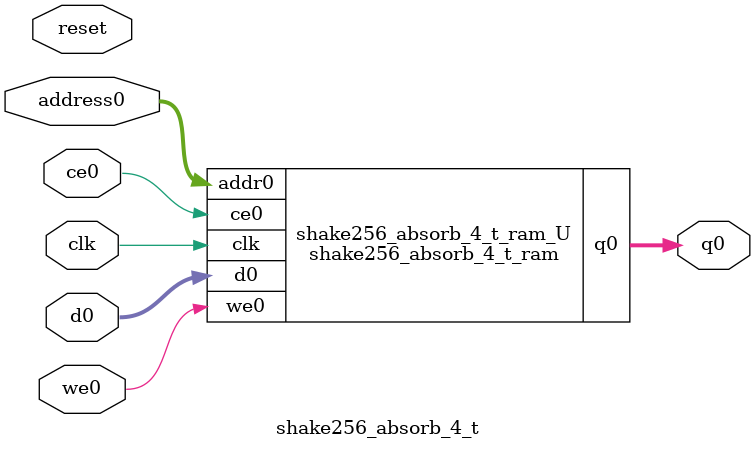
<source format=v>
`timescale 1 ns / 1 ps
module shake256_absorb_4_t_ram (addr0, ce0, d0, we0, q0,  clk);

parameter DWIDTH = 8;
parameter AWIDTH = 3;
parameter MEM_SIZE = 8;

input[AWIDTH-1:0] addr0;
input ce0;
input[DWIDTH-1:0] d0;
input we0;
output reg[DWIDTH-1:0] q0;
input clk;

(* ram_style = "distributed" *)reg [DWIDTH-1:0] ram[0:MEM_SIZE-1];




always @(posedge clk)  
begin 
    if (ce0) begin
        if (we0) 
            ram[addr0] <= d0; 
        q0 <= ram[addr0];
    end
end


endmodule

`timescale 1 ns / 1 ps
module shake256_absorb_4_t(
    reset,
    clk,
    address0,
    ce0,
    we0,
    d0,
    q0);

parameter DataWidth = 32'd8;
parameter AddressRange = 32'd8;
parameter AddressWidth = 32'd3;
input reset;
input clk;
input[AddressWidth - 1:0] address0;
input ce0;
input we0;
input[DataWidth - 1:0] d0;
output[DataWidth - 1:0] q0;



shake256_absorb_4_t_ram shake256_absorb_4_t_ram_U(
    .clk( clk ),
    .addr0( address0 ),
    .ce0( ce0 ),
    .we0( we0 ),
    .d0( d0 ),
    .q0( q0 ));

endmodule


</source>
